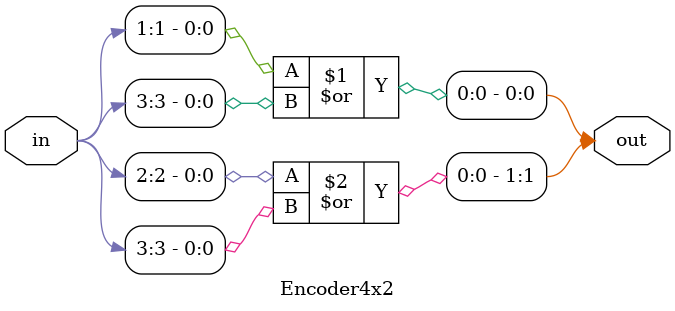
<source format=v>
`timescale 1ns / 1ps


module Encoder4x2(
    input [3:0] in,
    output wire [1:0] out
    );
    
    assign out[0] = in[1] | in[3];
    assign out[1] = in[2] | in[3];
    
endmodule

</source>
